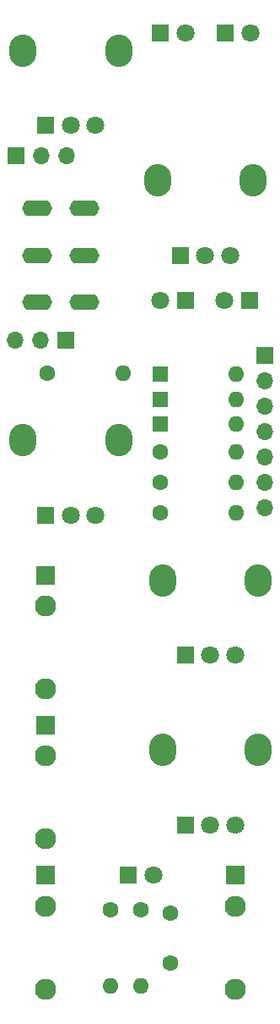
<source format=gbr>
%TF.GenerationSoftware,KiCad,Pcbnew,5.1.9+dfsg1-1~bpo10+1*%
%TF.CreationDate,2022-02-07T13:50:34+08:00*%
%TF.ProjectId,MiniVCF v1.0 - Control,4d696e69-5643-4462-9076-312e30202d20,rev?*%
%TF.SameCoordinates,Original*%
%TF.FileFunction,Soldermask,Bot*%
%TF.FilePolarity,Negative*%
%FSLAX46Y46*%
G04 Gerber Fmt 4.6, Leading zero omitted, Abs format (unit mm)*
G04 Created by KiCad (PCBNEW 5.1.9+dfsg1-1~bpo10+1) date 2022-02-07 13:50:34*
%MOMM*%
%LPD*%
G01*
G04 APERTURE LIST*
%ADD10O,3.000000X1.600000*%
%ADD11R,1.800000X1.800000*%
%ADD12C,1.800000*%
%ADD13O,2.720000X3.240000*%
%ADD14C,1.600000*%
%ADD15O,1.600000X1.600000*%
%ADD16R,1.600000X1.600000*%
%ADD17C,2.130000*%
%ADD18R,1.930000X1.830000*%
%ADD19R,1.700000X1.700000*%
%ADD20O,1.700000X1.700000*%
G04 APERTURE END LIST*
D10*
%TO.C,LP_BP_SWITCH1*%
X81400000Y-79000000D03*
X81400000Y-83700000D03*
X81400000Y-74300000D03*
X76600000Y-79000000D03*
X76600000Y-83700000D03*
X76600000Y-74300000D03*
%TD*%
D11*
%TO.C,POST_LPF1*%
X77500000Y-105000000D03*
D12*
X82500000Y-105000000D03*
X80000000Y-105000000D03*
D13*
X84800000Y-97500000D03*
X75200000Y-97500000D03*
%TD*%
D14*
%TO.C,C14*%
X90000000Y-144800000D03*
X90000000Y-149800000D03*
%TD*%
D15*
%TO.C,D7*%
X96620000Y-95900000D03*
D16*
X89000000Y-95900000D03*
%TD*%
%TO.C,D8*%
X89000000Y-93400000D03*
D15*
X96620000Y-93400000D03*
%TD*%
%TO.C,D9*%
X96620000Y-90900000D03*
D16*
X89000000Y-90900000D03*
%TD*%
D15*
%TO.C,R13*%
X85220000Y-90800000D03*
D14*
X77600000Y-90800000D03*
%TD*%
%TO.C,R14*%
X89000000Y-98700000D03*
D15*
X96620000Y-98700000D03*
%TD*%
%TO.C,R15*%
X96620000Y-104800000D03*
D14*
X89000000Y-104800000D03*
%TD*%
D15*
%TO.C,R20*%
X87000000Y-152120000D03*
D14*
X87000000Y-144500000D03*
%TD*%
D15*
%TO.C,R22*%
X96620000Y-101700000D03*
D14*
X89000000Y-101700000D03*
%TD*%
D15*
%TO.C,R23*%
X84000000Y-152120000D03*
D14*
X84000000Y-144500000D03*
%TD*%
D11*
%TO.C,CUTOFF1*%
X77500000Y-66000000D03*
D12*
X82500000Y-66000000D03*
X80000000Y-66000000D03*
D13*
X84800000Y-58500000D03*
X75200000Y-58500000D03*
%TD*%
%TO.C,CV_AMT1*%
X89200000Y-111500000D03*
X98800000Y-111500000D03*
D12*
X94000000Y-119000000D03*
X96500000Y-119000000D03*
D11*
X91500000Y-119000000D03*
%TD*%
%TO.C,CV_AMT2*%
X91500000Y-136000000D03*
D12*
X96500000Y-136000000D03*
X94000000Y-136000000D03*
D13*
X98800000Y-128500000D03*
X89200000Y-128500000D03*
%TD*%
D12*
%TO.C,D12*%
X91540000Y-56750000D03*
D11*
X89000000Y-56750000D03*
%TD*%
%TO.C,D13*%
X95500000Y-56750000D03*
D12*
X98040000Y-56750000D03*
%TD*%
%TO.C,D14*%
X88960000Y-83500000D03*
D11*
X91500000Y-83500000D03*
%TD*%
%TO.C,D15*%
X98000000Y-83500000D03*
D12*
X95460000Y-83500000D03*
%TD*%
D11*
%TO.C,D16*%
X85750000Y-141000000D03*
D12*
X88290000Y-141000000D03*
%TD*%
D17*
%TO.C,J3*%
X77500000Y-152400000D03*
X77500000Y-144100000D03*
D18*
X77500000Y-141000000D03*
%TD*%
D17*
%TO.C,J4*%
X77500000Y-122400000D03*
X77500000Y-114100000D03*
D18*
X77500000Y-111000000D03*
%TD*%
%TO.C,J5*%
X96500000Y-141000000D03*
D17*
X96500000Y-144100000D03*
X96500000Y-152400000D03*
%TD*%
D19*
%TO.C,J6*%
X74500000Y-69000000D03*
D20*
X77040000Y-69000000D03*
X79580000Y-69000000D03*
%TD*%
D19*
%TO.C,J9*%
X99500000Y-89000000D03*
D20*
X99500000Y-91540000D03*
X99500000Y-94080000D03*
X99500000Y-96620000D03*
X99500000Y-99160000D03*
X99500000Y-101700000D03*
X99500000Y-104240000D03*
%TD*%
D18*
%TO.C,J10*%
X77500000Y-126000000D03*
D17*
X77500000Y-129100000D03*
X77500000Y-137400000D03*
%TD*%
D20*
%TO.C,J11*%
X74420000Y-87500000D03*
X76960000Y-87500000D03*
D19*
X79500000Y-87500000D03*
%TD*%
D13*
%TO.C,RESO2*%
X88700000Y-71500000D03*
X98300000Y-71500000D03*
D12*
X93500000Y-79000000D03*
X96000000Y-79000000D03*
D11*
X91000000Y-79000000D03*
%TD*%
M02*

</source>
